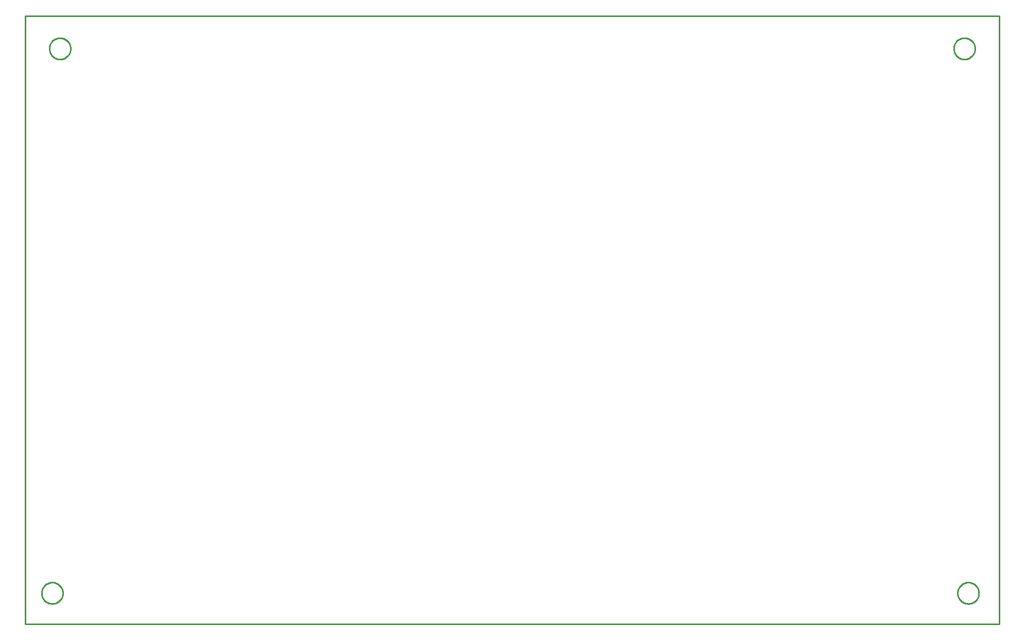
<source format=gbr>
G04 EAGLE Gerber RS-274X export*
G75*
%MOMM*%
%FSLAX34Y34*%
%LPD*%
%IN*%
%IPPOS*%
%AMOC8*
5,1,8,0,0,1.08239X$1,22.5*%
G01*
%ADD10C,0.254000*%


D10*
X0Y0D02*
X1600000Y0D01*
X1600000Y1000000D01*
X0Y1000000D01*
X0Y0D01*
X74650Y945577D02*
X74575Y944434D01*
X74426Y943298D01*
X74202Y942174D01*
X73905Y941067D01*
X73537Y939982D01*
X73099Y938924D01*
X72592Y937896D01*
X72019Y936904D01*
X71382Y935951D01*
X70685Y935042D01*
X69929Y934181D01*
X69119Y933371D01*
X68258Y932615D01*
X67349Y931918D01*
X66396Y931281D01*
X65404Y930708D01*
X64376Y930201D01*
X63318Y929763D01*
X62233Y929395D01*
X61126Y929098D01*
X60002Y928875D01*
X58866Y928725D01*
X57723Y928650D01*
X56577Y928650D01*
X55434Y928725D01*
X54298Y928875D01*
X53174Y929098D01*
X52067Y929395D01*
X50982Y929763D01*
X49924Y930201D01*
X48896Y930708D01*
X47904Y931281D01*
X46951Y931918D01*
X46042Y932615D01*
X45181Y933371D01*
X44371Y934181D01*
X43615Y935042D01*
X42918Y935951D01*
X42281Y936904D01*
X41708Y937896D01*
X41201Y938924D01*
X40763Y939982D01*
X40395Y941067D01*
X40098Y942174D01*
X39875Y943298D01*
X39725Y944434D01*
X39650Y945577D01*
X39650Y946723D01*
X39725Y947866D01*
X39875Y949002D01*
X40098Y950126D01*
X40395Y951233D01*
X40763Y952318D01*
X41201Y953376D01*
X41708Y954404D01*
X42281Y955396D01*
X42918Y956349D01*
X43615Y957258D01*
X44371Y958119D01*
X45181Y958929D01*
X46042Y959685D01*
X46951Y960382D01*
X47904Y961019D01*
X48896Y961592D01*
X49924Y962099D01*
X50982Y962537D01*
X52067Y962905D01*
X53174Y963202D01*
X54298Y963426D01*
X55434Y963575D01*
X56577Y963650D01*
X57723Y963650D01*
X58866Y963575D01*
X60002Y963426D01*
X61126Y963202D01*
X62233Y962905D01*
X63318Y962537D01*
X64376Y962099D01*
X65404Y961592D01*
X66396Y961019D01*
X67349Y960382D01*
X68258Y959685D01*
X69119Y958929D01*
X69929Y958119D01*
X70685Y957258D01*
X71382Y956349D01*
X72019Y955396D01*
X72592Y954404D01*
X73099Y953376D01*
X73537Y952318D01*
X73905Y951233D01*
X74202Y950126D01*
X74426Y949002D01*
X74575Y947866D01*
X74650Y946723D01*
X74650Y945577D01*
X1560550Y945577D02*
X1560475Y944434D01*
X1560326Y943298D01*
X1560102Y942174D01*
X1559805Y941067D01*
X1559437Y939982D01*
X1558999Y938924D01*
X1558492Y937896D01*
X1557919Y936904D01*
X1557282Y935951D01*
X1556585Y935042D01*
X1555829Y934181D01*
X1555019Y933371D01*
X1554158Y932615D01*
X1553249Y931918D01*
X1552296Y931281D01*
X1551304Y930708D01*
X1550276Y930201D01*
X1549218Y929763D01*
X1548133Y929395D01*
X1547026Y929098D01*
X1545902Y928875D01*
X1544766Y928725D01*
X1543623Y928650D01*
X1542477Y928650D01*
X1541334Y928725D01*
X1540198Y928875D01*
X1539074Y929098D01*
X1537967Y929395D01*
X1536882Y929763D01*
X1535824Y930201D01*
X1534796Y930708D01*
X1533804Y931281D01*
X1532851Y931918D01*
X1531942Y932615D01*
X1531081Y933371D01*
X1530271Y934181D01*
X1529515Y935042D01*
X1528818Y935951D01*
X1528181Y936904D01*
X1527608Y937896D01*
X1527101Y938924D01*
X1526663Y939982D01*
X1526295Y941067D01*
X1525998Y942174D01*
X1525775Y943298D01*
X1525625Y944434D01*
X1525550Y945577D01*
X1525550Y946723D01*
X1525625Y947866D01*
X1525775Y949002D01*
X1525998Y950126D01*
X1526295Y951233D01*
X1526663Y952318D01*
X1527101Y953376D01*
X1527608Y954404D01*
X1528181Y955396D01*
X1528818Y956349D01*
X1529515Y957258D01*
X1530271Y958119D01*
X1531081Y958929D01*
X1531942Y959685D01*
X1532851Y960382D01*
X1533804Y961019D01*
X1534796Y961592D01*
X1535824Y962099D01*
X1536882Y962537D01*
X1537967Y962905D01*
X1539074Y963202D01*
X1540198Y963426D01*
X1541334Y963575D01*
X1542477Y963650D01*
X1543623Y963650D01*
X1544766Y963575D01*
X1545902Y963426D01*
X1547026Y963202D01*
X1548133Y962905D01*
X1549218Y962537D01*
X1550276Y962099D01*
X1551304Y961592D01*
X1552296Y961019D01*
X1553249Y960382D01*
X1554158Y959685D01*
X1555019Y958929D01*
X1555829Y958119D01*
X1556585Y957258D01*
X1557282Y956349D01*
X1557919Y955396D01*
X1558492Y954404D01*
X1558999Y953376D01*
X1559437Y952318D01*
X1559805Y951233D01*
X1560102Y950126D01*
X1560326Y949002D01*
X1560475Y947866D01*
X1560550Y946723D01*
X1560550Y945577D01*
X61950Y50227D02*
X61875Y49084D01*
X61726Y47948D01*
X61502Y46824D01*
X61205Y45717D01*
X60837Y44632D01*
X60399Y43574D01*
X59892Y42546D01*
X59319Y41554D01*
X58682Y40601D01*
X57985Y39692D01*
X57229Y38831D01*
X56419Y38021D01*
X55558Y37265D01*
X54649Y36568D01*
X53696Y35931D01*
X52704Y35358D01*
X51676Y34851D01*
X50618Y34413D01*
X49533Y34045D01*
X48426Y33748D01*
X47302Y33525D01*
X46166Y33375D01*
X45023Y33300D01*
X43877Y33300D01*
X42734Y33375D01*
X41598Y33525D01*
X40474Y33748D01*
X39367Y34045D01*
X38282Y34413D01*
X37224Y34851D01*
X36196Y35358D01*
X35204Y35931D01*
X34251Y36568D01*
X33342Y37265D01*
X32481Y38021D01*
X31671Y38831D01*
X30915Y39692D01*
X30218Y40601D01*
X29581Y41554D01*
X29008Y42546D01*
X28501Y43574D01*
X28063Y44632D01*
X27695Y45717D01*
X27398Y46824D01*
X27175Y47948D01*
X27025Y49084D01*
X26950Y50227D01*
X26950Y51373D01*
X27025Y52516D01*
X27175Y53652D01*
X27398Y54776D01*
X27695Y55883D01*
X28063Y56968D01*
X28501Y58026D01*
X29008Y59054D01*
X29581Y60046D01*
X30218Y60999D01*
X30915Y61908D01*
X31671Y62769D01*
X32481Y63579D01*
X33342Y64335D01*
X34251Y65032D01*
X35204Y65669D01*
X36196Y66242D01*
X37224Y66749D01*
X38282Y67187D01*
X39367Y67555D01*
X40474Y67852D01*
X41598Y68076D01*
X42734Y68225D01*
X43877Y68300D01*
X45023Y68300D01*
X46166Y68225D01*
X47302Y68076D01*
X48426Y67852D01*
X49533Y67555D01*
X50618Y67187D01*
X51676Y66749D01*
X52704Y66242D01*
X53696Y65669D01*
X54649Y65032D01*
X55558Y64335D01*
X56419Y63579D01*
X57229Y62769D01*
X57985Y61908D01*
X58682Y60999D01*
X59319Y60046D01*
X59892Y59054D01*
X60399Y58026D01*
X60837Y56968D01*
X61205Y55883D01*
X61502Y54776D01*
X61726Y53652D01*
X61875Y52516D01*
X61950Y51373D01*
X61950Y50227D01*
X1566900Y50227D02*
X1566825Y49084D01*
X1566676Y47948D01*
X1566452Y46824D01*
X1566155Y45717D01*
X1565787Y44632D01*
X1565349Y43574D01*
X1564842Y42546D01*
X1564269Y41554D01*
X1563632Y40601D01*
X1562935Y39692D01*
X1562179Y38831D01*
X1561369Y38021D01*
X1560508Y37265D01*
X1559599Y36568D01*
X1558646Y35931D01*
X1557654Y35358D01*
X1556626Y34851D01*
X1555568Y34413D01*
X1554483Y34045D01*
X1553376Y33748D01*
X1552252Y33525D01*
X1551116Y33375D01*
X1549973Y33300D01*
X1548827Y33300D01*
X1547684Y33375D01*
X1546548Y33525D01*
X1545424Y33748D01*
X1544317Y34045D01*
X1543232Y34413D01*
X1542174Y34851D01*
X1541146Y35358D01*
X1540154Y35931D01*
X1539201Y36568D01*
X1538292Y37265D01*
X1537431Y38021D01*
X1536621Y38831D01*
X1535865Y39692D01*
X1535168Y40601D01*
X1534531Y41554D01*
X1533958Y42546D01*
X1533451Y43574D01*
X1533013Y44632D01*
X1532645Y45717D01*
X1532348Y46824D01*
X1532125Y47948D01*
X1531975Y49084D01*
X1531900Y50227D01*
X1531900Y51373D01*
X1531975Y52516D01*
X1532125Y53652D01*
X1532348Y54776D01*
X1532645Y55883D01*
X1533013Y56968D01*
X1533451Y58026D01*
X1533958Y59054D01*
X1534531Y60046D01*
X1535168Y60999D01*
X1535865Y61908D01*
X1536621Y62769D01*
X1537431Y63579D01*
X1538292Y64335D01*
X1539201Y65032D01*
X1540154Y65669D01*
X1541146Y66242D01*
X1542174Y66749D01*
X1543232Y67187D01*
X1544317Y67555D01*
X1545424Y67852D01*
X1546548Y68076D01*
X1547684Y68225D01*
X1548827Y68300D01*
X1549973Y68300D01*
X1551116Y68225D01*
X1552252Y68076D01*
X1553376Y67852D01*
X1554483Y67555D01*
X1555568Y67187D01*
X1556626Y66749D01*
X1557654Y66242D01*
X1558646Y65669D01*
X1559599Y65032D01*
X1560508Y64335D01*
X1561369Y63579D01*
X1562179Y62769D01*
X1562935Y61908D01*
X1563632Y60999D01*
X1564269Y60046D01*
X1564842Y59054D01*
X1565349Y58026D01*
X1565787Y56968D01*
X1566155Y55883D01*
X1566452Y54776D01*
X1566676Y53652D01*
X1566825Y52516D01*
X1566900Y51373D01*
X1566900Y50227D01*
M02*

</source>
